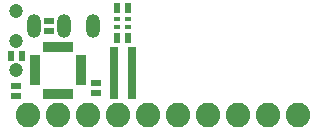
<source format=gbs>
G04*
G04 #@! TF.GenerationSoftware,Altium Limited,Altium Designer,24.4.1 (13)*
G04*
G04 Layer_Color=16711935*
%FSLAX44Y44*%
%MOMM*%
G71*
G04*
G04 #@! TF.SameCoordinates,5D87B4C5-6C15-4B36-86C8-87FEFEB268BF*
G04*
G04*
G04 #@! TF.FilePolarity,Negative*
G04*
G01*
G75*
%ADD12O,1.2032X2.0032*%
%ADD13C,2.0828*%
%ADD28R,0.5132X0.4132*%
%ADD29R,0.6032X0.9032*%
%ADD30C,1.2032*%
%ADD31R,0.5032X0.9332*%
%ADD32R,0.9332X0.5032*%
%ADD33R,0.8032X0.7032*%
%ADD34R,0.8032X0.5532*%
%ADD35R,0.9032X0.6032*%
D12*
X75000Y190000D02*
D03*
X50000D02*
D03*
X25000D02*
D03*
D13*
X248600Y115000D02*
D03*
X223200D02*
D03*
X197800D02*
D03*
X172400D02*
D03*
X147000D02*
D03*
X121600D02*
D03*
X96200D02*
D03*
X70800D02*
D03*
X45400D02*
D03*
X20000D02*
D03*
D28*
X95450Y195750D02*
D03*
Y189250D02*
D03*
X104550D02*
D03*
Y195750D02*
D03*
D29*
X95500Y205000D02*
D03*
X104500D02*
D03*
Y180000D02*
D03*
X95500D02*
D03*
X14500Y165000D02*
D03*
X5500D02*
D03*
D30*
X10000Y177500D02*
D03*
Y202500D02*
D03*
Y152500D02*
D03*
D31*
X35000Y172150D02*
D03*
X40000D02*
D03*
X45000D02*
D03*
X50000D02*
D03*
X55000D02*
D03*
Y132850D02*
D03*
X50000D02*
D03*
X45000D02*
D03*
X40000D02*
D03*
X35000D02*
D03*
D32*
X64650Y162500D02*
D03*
Y157500D02*
D03*
Y152500D02*
D03*
Y147500D02*
D03*
Y142500D02*
D03*
X25350D02*
D03*
Y147500D02*
D03*
Y152500D02*
D03*
Y157500D02*
D03*
Y162500D02*
D03*
D33*
X92500Y131500D02*
D03*
X107500D02*
D03*
X92500Y168500D02*
D03*
X107500D02*
D03*
D34*
X92500Y137500D02*
D03*
X107500Y152500D02*
D03*
X92500Y162500D02*
D03*
Y142500D02*
D03*
Y147500D02*
D03*
Y152500D02*
D03*
Y157500D02*
D03*
X107500Y142500D02*
D03*
Y147500D02*
D03*
Y137500D02*
D03*
Y157500D02*
D03*
Y162500D02*
D03*
D35*
X10000Y130500D02*
D03*
Y139500D02*
D03*
X37500Y194500D02*
D03*
Y185500D02*
D03*
X77500Y133000D02*
D03*
Y142000D02*
D03*
M02*

</source>
